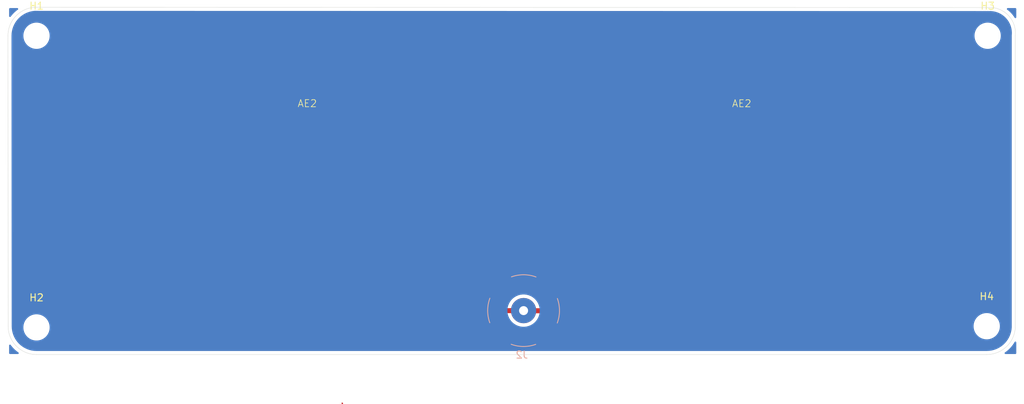
<source format=kicad_pcb>
(kicad_pcb (version 20241229) (generator "pcbnew") (generator_version "9.0")
  (layers (0 "F.Cu" signal) (2 "B.Cu" signal) (13 "F.Paste" user) (15 "B.Paste" user) (5 "F.SilkS" user "F.Silkscreen") (7 "B.SilkS" user "B.Silkscreen") (1 "F.Mask" user) (3 "B.Mask" user) (25 "Edge.Cuts" user))
  (net 0 "")
  (net 1 "GND")
  (net 2 "Net-(AE1-A)")
  (net 3 "Net-(AE2-A)")
  (footprint "MountingHole:MountingHole_3.2mm_M3" (layer "F.Cu") (at 210.971599 112)
    (property "Reference" "H4" (at 0 -4.2 0) (layer "F.SilkS"))
    (property "Value" "MountingHole")
    (pad "" np_thru_hole circle (at 0 0) (size 3.2 3.2) (drill 3.2) (layers "*.Cu" "*.Mask"))
  )
  (footprint "MountingHole:MountingHole_3.2mm_M3" (layer "F.Cu") (at 211.1 71)
    (property "Reference" "H3" (at 0 -4.2 0) (layer "F.SilkS"))
    (property "Value" "MountingHole")
    (pad "" np_thru_hole circle (at 0 0) (size 3.2 3.2) (drill 3.2) (layers "*.Cu" "*.Mask"))
  )
  (footprint "Patch_Antenna:Patch_Antenna_2G4Hz" (layer "F.Cu") (at 115.1747 81.0576)
    (property "Reference" "AE2" (at 0 -0.5 0) (layer "F.SilkS") (effects (font (thickness 0.1))))
    (property "Value" "Antenna")
    (fp_rect (start -0.05 28.5) (end 30.675 29) (stroke (width 0.2)) (fill yes) (layer "F.Cu"))
    (fp_poly (pts (xy -23.0244 -9.4652) (xy 23.33 -9.4652) (xy 23.33 18.86552) (xy 2.382 18.86552) (xy 2.382 18.86712) (xy 0.2484 18.86712) (xy 0.2484 29) (xy -0.2484 29) (xy -0.2484 18.86072) (xy -2.382 18.86072) (xy -2.382 18.86552) (xy -23.0244 18.86552)) (stroke (width 0.2)) (fill yes) (layer "F.Cu"))
    (pad "1" smd roundrect (at 29.625 28.75) (size 2.3 0.6975) (layers "F.Cu" "F.Mask" "F.Paste") (roundrect_rratio 0.15))
  )
  (footprint "Patch_Antenna:Patch_Antenna_2G4Hz" (layer "F.Cu") (at 176.4247 81.06635)
    (property "Reference" "AE2" (at 0 -0.5 0) (layer "F.SilkS") (effects (font (thickness 0.1))))
    (property "Value" "Antenna")
    (fp_rect (start -31.265 28.5) (end -0.07 29.01) (stroke (width 0.2)) (fill yes) (layer "F.Cu"))
    (fp_poly (pts (xy -23.0744 -9.4652) (xy 23.23 -9.4652) (xy 23.23 18.86552) (xy 2.382 18.86552) (xy 2.382 18.86712) (xy 0.2484 18.86712) (xy 0.2484 29.015) (xy -0.2484 29.015) (xy -0.2484 18.87072) (xy -2.382 18.87072) (xy -2.382 18.86552) (xy -23.0744 18.86552)) (stroke (width 0.2)) (fill yes) (layer "F.Cu"))
    (pad "1" smd roundrect (at -30.2 28.75) (size 2.295 0.69375) (layers "F.Cu" "F.Mask" "F.Paste") (roundrect_rratio 0.15) (net 3 "Net-(AE2-A)"))
  )
  (footprint "MountingHole:MountingHole_3.2mm_M3" (layer "F.Cu") (at 77 71)
    (property "Reference" "H1" (at 0 -4.2 0) (layer "F.SilkS"))
    (property "Value" "MountingHole")
    (pad "" np_thru_hole circle (at 0 0) (size 3.2 3.2) (drill 3.2) (layers "*.Cu" "*.Mask"))
  )
  (footprint "LOGO" (layer "F.Cu") (at 92 107)
    (property "Reference" "G***" (hide yes))
    (property "Value" "LOGO" (hide yes))
  )
  (footprint "MountingHole:MountingHole_3.2mm_M3" (layer "F.Cu") (at 77 112.171555)
    (property "Reference" "H2" (at 0 -4.2 0) (layer "F.SilkS"))
    (property "Value" "MountingHole")
    (pad "" np_thru_hole circle (at 0 0) (size 3.2 3.2) (drill 3.2) (layers "*.Cu" "*.Mask"))
  )
  (footprint "Connector_Coaxial:BNC_TEConnectivity_1478204_Vertical" (layer "B.Cu") (at 145.67 109.8)
    (property "Reference" "J2" (at -0.25 6.25 180) (layer "B.SilkS") (effects (justify mirror)))
    (property "Value" "Conn_Coaxial")
    (fp_arc (start -4.763589 1.712663) (mid -5.062075 -0.019867) (end -4.75 -1.75) (stroke (width 0.12)) (layer "B.SilkS"))
    (fp_arc (start -1.712663 -4.763589) (mid 0.019867 -5.062075) (end 1.75 -4.75) (stroke (width 0.12)) (layer "B.SilkS"))
    (fp_arc (start 1.712663 4.763589) (mid -0.019867 5.062075) (end -1.75 4.75) (stroke (width 0.12)) (layer "B.SilkS"))
    (fp_arc (start 4.763589 -1.712663) (mid 5.062075 0.019867) (end 4.75 1.75) (stroke (width 0.12)) (layer "B.SilkS"))
    (pad "1" thru_hole circle (at 0 0) (size 3.556 3.556) (drill 1.27) (layers "*.Cu" "*.Mask") (net 3 "Net-(AE2-A)"))
  )
  (gr_line (start 215 71) (end 215 112.186553) (stroke (width 0.05)) (layer "Edge.Cuts"))
  (gr_line (start 77 66.985767) (end 211.183839 67.014233) (stroke (width 0.05)) (layer "Edge.Cuts"))
  (gr_line (start 77 116) (end 211 116) (stroke (width 0.05)) (layer "Edge.Cuts"))
  (gr_arc (start 214.999959 112.187318) (mid 213.755194 114.885969) (end 211 116) (stroke (width 0.05)) (layer "Edge.Cuts"))
  (gr_arc (start 211.197916 67.015723) (mid 214.021592 68.127417) (end 215 71) (stroke (width 0.05)) (layer "Edge.Cuts"))
  (gr_line (start 73 111.999973) (end 72.97157 71) (stroke (width 0.05)) (layer "Edge.Cuts"))
  (gr_arc (start 77 116) (mid 74.171563 114.828418) (end 73 111.999973) (stroke (width 0.05)) (layer "Edge.Cuts"))
  (gr_arc (start 72.97157 71) (mid 74.151471 68.151472) (end 77 66.971573) (stroke (width 0.05)) (layer "Edge.Cuts"))
  (segment (start 120.0997 122.87875) (end 120.1247 122.90375) (width 0.2) (layer "F.Cu") (net 2))
  (zone (net 1) (net_name "GND") (layer "B.Cu") (connect_pads yes (clearance 0.5)) (min_thickness 0.25) (fill yes (thermal_gap 0.5) (thermal_bridge_width 0.5) (island_removal_mode 1) (island_area_min 10))
    (polygon (pts (xy 73.13596 67.09) (xy 215.13596 67.09) (xy 215.13596 115.93) (xy 73.13596 115.93)))
  )
)
</source>
